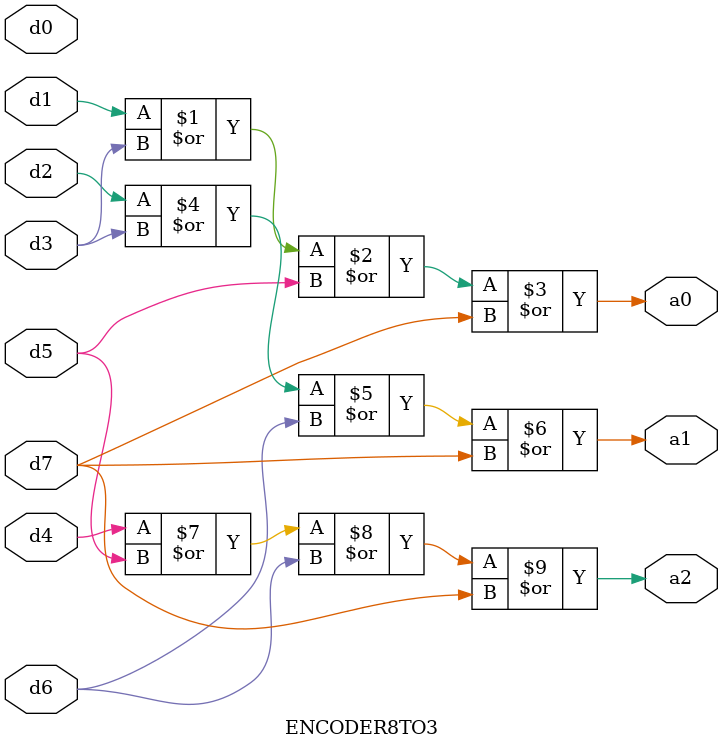
<source format=v>
module ENCODER8TO3(a0,a1,a2,d0,d1,d2,d3,d4,d5,d6,d7);
input d0,d1,d2,d3,d4,d5,d6,d7;
output a0,a1,a2;
assign a0=d1|d3|d5|d7;
assign a1=d2|d3|d6|d7;
assign a2=d4|d5|d6|d7;
endmodule

</source>
